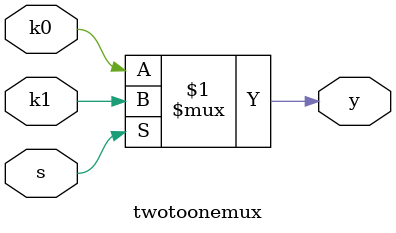
<source format=v>
module l8q1(x, y, x1, y1);
input x,y;
output x1,y1;
reg xo;
twotoonemux mux1(~x,x,y,xo);
twotoonemux mux2(~y,y,xo,y1);
twotoonemux mux3(~y1,y,xo,x1);
endmodule
module twotoonemux(k0,k1,s,y);
input k0,k1,s;
output y;
assign y=s?k1:k0;
endmodule
</source>
